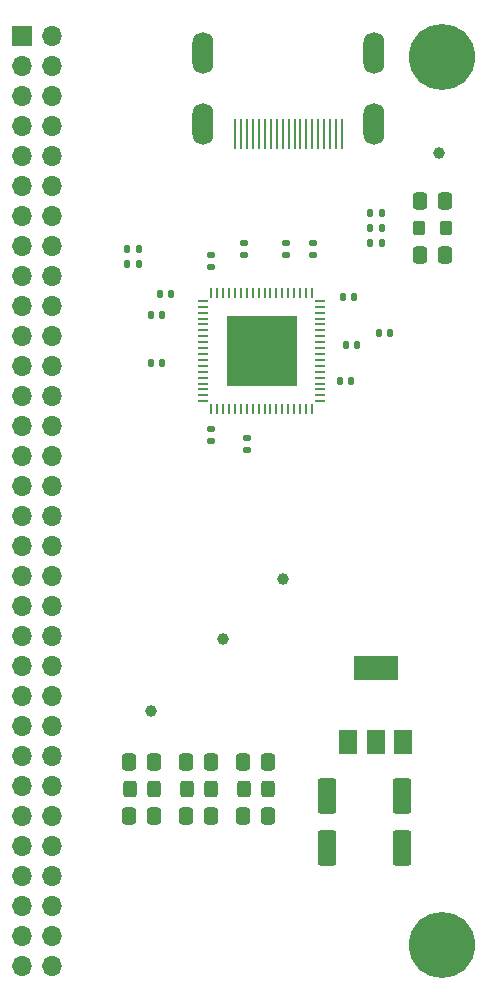
<source format=gbr>
%TF.GenerationSoftware,KiCad,Pcbnew,6.0.5*%
%TF.CreationDate,2022-05-15T12:23:52+02:00*%
%TF.ProjectId,hdmi brd,68646d69-2062-4726-942e-6b696361645f,rev?*%
%TF.SameCoordinates,Original*%
%TF.FileFunction,Soldermask,Top*%
%TF.FilePolarity,Negative*%
%FSLAX46Y46*%
G04 Gerber Fmt 4.6, Leading zero omitted, Abs format (unit mm)*
G04 Created by KiCad (PCBNEW 6.0.5) date 2022-05-15 12:23:52*
%MOMM*%
%LPD*%
G01*
G04 APERTURE LIST*
G04 Aperture macros list*
%AMRoundRect*
0 Rectangle with rounded corners*
0 $1 Rounding radius*
0 $2 $3 $4 $5 $6 $7 $8 $9 X,Y pos of 4 corners*
0 Add a 4 corners polygon primitive as box body*
4,1,4,$2,$3,$4,$5,$6,$7,$8,$9,$2,$3,0*
0 Add four circle primitives for the rounded corners*
1,1,$1+$1,$2,$3*
1,1,$1+$1,$4,$5*
1,1,$1+$1,$6,$7*
1,1,$1+$1,$8,$9*
0 Add four rect primitives between the rounded corners*
20,1,$1+$1,$2,$3,$4,$5,0*
20,1,$1+$1,$4,$5,$6,$7,0*
20,1,$1+$1,$6,$7,$8,$9,0*
20,1,$1+$1,$8,$9,$2,$3,0*%
G04 Aperture macros list end*
%ADD10O,1.778000X3.556000*%
%ADD11R,0.280000X2.600000*%
%ADD12RoundRect,0.140000X0.170000X-0.140000X0.170000X0.140000X-0.170000X0.140000X-0.170000X-0.140000X0*%
%ADD13C,1.000000*%
%ADD14RoundRect,0.140000X-0.140000X-0.170000X0.140000X-0.170000X0.140000X0.170000X-0.140000X0.170000X0*%
%ADD15RoundRect,0.140000X0.140000X0.170000X-0.140000X0.170000X-0.140000X-0.170000X0.140000X-0.170000X0*%
%ADD16RoundRect,0.135000X0.185000X-0.135000X0.185000X0.135000X-0.185000X0.135000X-0.185000X-0.135000X0*%
%ADD17RoundRect,0.250000X-0.550000X1.250000X-0.550000X-1.250000X0.550000X-1.250000X0.550000X1.250000X0*%
%ADD18RoundRect,0.140000X-0.170000X0.140000X-0.170000X-0.140000X0.170000X-0.140000X0.170000X0.140000X0*%
%ADD19RoundRect,0.250000X-0.325000X-0.450000X0.325000X-0.450000X0.325000X0.450000X-0.325000X0.450000X0*%
%ADD20RoundRect,0.250000X-0.337500X-0.475000X0.337500X-0.475000X0.337500X0.475000X-0.337500X0.475000X0*%
%ADD21RoundRect,0.250000X0.337500X0.475000X-0.337500X0.475000X-0.337500X-0.475000X0.337500X-0.475000X0*%
%ADD22RoundRect,0.250000X0.275000X0.350000X-0.275000X0.350000X-0.275000X-0.350000X0.275000X-0.350000X0*%
%ADD23R,1.500000X2.000000*%
%ADD24R,3.800000X2.000000*%
%ADD25RoundRect,0.135000X0.135000X0.185000X-0.135000X0.185000X-0.135000X-0.185000X0.135000X-0.185000X0*%
%ADD26RoundRect,0.062500X-0.375000X-0.062500X0.375000X-0.062500X0.375000X0.062500X-0.375000X0.062500X0*%
%ADD27RoundRect,0.062500X-0.062500X-0.375000X0.062500X-0.375000X0.062500X0.375000X-0.062500X0.375000X0*%
%ADD28R,6.000000X6.000000*%
%ADD29RoundRect,0.135000X-0.135000X-0.185000X0.135000X-0.185000X0.135000X0.185000X-0.135000X0.185000X0*%
%ADD30C,5.600000*%
%ADD31R,1.700000X1.700000*%
%ADD32O,1.700000X1.700000*%
G04 APERTURE END LIST*
D10*
%TO.C,J2*%
X106056000Y-55715000D03*
X91556000Y-55715000D03*
X106056000Y-49715000D03*
X91556000Y-49715000D03*
D11*
X98806000Y-56515000D03*
X98306000Y-56515000D03*
X97806000Y-56515000D03*
X97306000Y-56515000D03*
X96806000Y-56515000D03*
X96306000Y-56515000D03*
X95806000Y-56515000D03*
X95306000Y-56515000D03*
X99306000Y-56515000D03*
X99806000Y-56515000D03*
X100306000Y-56515000D03*
X100806000Y-56515000D03*
X101306000Y-56515000D03*
X101806000Y-56515000D03*
X102306000Y-56515000D03*
X94806000Y-56515000D03*
X94306000Y-56515000D03*
X102806000Y-56515000D03*
X103306000Y-56515000D03*
%TD*%
D12*
%TO.C,C2*%
X94996000Y-66774000D03*
X94996000Y-65814000D03*
%TD*%
D13*
%TO.C,TP3*%
X87122000Y-105410000D03*
%TD*%
D14*
%TO.C,C11*%
X103406000Y-70358000D03*
X104366000Y-70358000D03*
%TD*%
D15*
%TO.C,C15*%
X88872000Y-70104000D03*
X87912000Y-70104000D03*
%TD*%
D16*
%TO.C,R3*%
X92202000Y-67820000D03*
X92202000Y-66800000D03*
%TD*%
D17*
%TO.C,C5*%
X108432000Y-112608000D03*
X108432000Y-117008000D03*
%TD*%
D18*
%TO.C,C9*%
X95250000Y-82324000D03*
X95250000Y-83284000D03*
%TD*%
D19*
%TO.C,L3*%
X94987000Y-112014000D03*
X97037000Y-112014000D03*
%TD*%
%TO.C,L4*%
X85335000Y-112014000D03*
X87385000Y-112014000D03*
%TD*%
D15*
%TO.C,C7*%
X88110000Y-71882000D03*
X87150000Y-71882000D03*
%TD*%
D20*
%TO.C,C20*%
X94974500Y-109728000D03*
X97049500Y-109728000D03*
%TD*%
D18*
%TO.C,C14*%
X92202000Y-81562000D03*
X92202000Y-82522000D03*
%TD*%
D14*
%TO.C,C13*%
X103660000Y-74422000D03*
X104620000Y-74422000D03*
%TD*%
D21*
%TO.C,C3*%
X112035500Y-66802000D03*
X109960500Y-66802000D03*
%TD*%
D20*
%TO.C,C18*%
X85322500Y-114300000D03*
X87397500Y-114300000D03*
%TD*%
D16*
%TO.C,R1*%
X100838000Y-66804000D03*
X100838000Y-65784000D03*
%TD*%
D20*
%TO.C,C16*%
X90148500Y-114300000D03*
X92223500Y-114300000D03*
%TD*%
D22*
%TO.C,L1*%
X112148000Y-64516000D03*
X109848000Y-64516000D03*
%TD*%
D19*
%TO.C,L2*%
X90161000Y-112014000D03*
X92211000Y-112014000D03*
%TD*%
D14*
%TO.C,C10*%
X106454000Y-73406000D03*
X107414000Y-73406000D03*
%TD*%
D17*
%TO.C,C6*%
X102082000Y-112608000D03*
X102082000Y-117008000D03*
%TD*%
D23*
%TO.C,U2*%
X103872000Y-108052000D03*
X106172000Y-108052000D03*
D24*
X106172000Y-101752000D03*
D23*
X108472000Y-108052000D03*
%TD*%
D15*
%TO.C,C8*%
X88110000Y-75946000D03*
X87150000Y-75946000D03*
%TD*%
D25*
%TO.C,R6*%
X106682000Y-63246000D03*
X105662000Y-63246000D03*
%TD*%
D20*
%TO.C,C19*%
X90148500Y-109728000D03*
X92223500Y-109728000D03*
%TD*%
D25*
%TO.C,R4*%
X86108000Y-67564000D03*
X85088000Y-67564000D03*
%TD*%
%TO.C,R5*%
X86108000Y-66294000D03*
X85088000Y-66294000D03*
%TD*%
D26*
%TO.C,U1*%
X91582500Y-70680000D03*
X91582500Y-71180000D03*
X91582500Y-71680000D03*
X91582500Y-72180000D03*
X91582500Y-72680000D03*
X91582500Y-73180000D03*
X91582500Y-73680000D03*
X91582500Y-74180000D03*
X91582500Y-74680000D03*
X91582500Y-75180000D03*
X91582500Y-75680000D03*
X91582500Y-76180000D03*
X91582500Y-76680000D03*
X91582500Y-77180000D03*
X91582500Y-77680000D03*
X91582500Y-78180000D03*
X91582500Y-78680000D03*
X91582500Y-79180000D03*
D27*
X92270000Y-79867500D03*
X92770000Y-79867500D03*
X93270000Y-79867500D03*
X93770000Y-79867500D03*
X94270000Y-79867500D03*
X94770000Y-79867500D03*
X95270000Y-79867500D03*
X95770000Y-79867500D03*
X96270000Y-79867500D03*
X96770000Y-79867500D03*
X97270000Y-79867500D03*
X97770000Y-79867500D03*
X98270000Y-79867500D03*
X98770000Y-79867500D03*
X99270000Y-79867500D03*
X99770000Y-79867500D03*
X100270000Y-79867500D03*
X100770000Y-79867500D03*
D26*
X101457500Y-79180000D03*
X101457500Y-78680000D03*
X101457500Y-78180000D03*
X101457500Y-77680000D03*
X101457500Y-77180000D03*
X101457500Y-76680000D03*
X101457500Y-76180000D03*
X101457500Y-75680000D03*
X101457500Y-75180000D03*
X101457500Y-74680000D03*
X101457500Y-74180000D03*
X101457500Y-73680000D03*
X101457500Y-73180000D03*
X101457500Y-72680000D03*
X101457500Y-72180000D03*
X101457500Y-71680000D03*
X101457500Y-71180000D03*
X101457500Y-70680000D03*
D27*
X100770000Y-69992500D03*
X100270000Y-69992500D03*
X99770000Y-69992500D03*
X99270000Y-69992500D03*
X98770000Y-69992500D03*
X98270000Y-69992500D03*
X97770000Y-69992500D03*
X97270000Y-69992500D03*
X96770000Y-69992500D03*
X96270000Y-69992500D03*
X95770000Y-69992500D03*
X95270000Y-69992500D03*
X94770000Y-69992500D03*
X94270000Y-69992500D03*
X93770000Y-69992500D03*
X93270000Y-69992500D03*
X92770000Y-69992500D03*
X92270000Y-69992500D03*
D28*
X96520000Y-74930000D03*
%TD*%
D29*
%TO.C,R2*%
X105662000Y-65786000D03*
X106682000Y-65786000D03*
%TD*%
D13*
%TO.C,TP1*%
X93218000Y-99314000D03*
%TD*%
D12*
%TO.C,C1*%
X98552000Y-66774000D03*
X98552000Y-65814000D03*
%TD*%
D20*
%TO.C,C4*%
X109960500Y-62230000D03*
X112035500Y-62230000D03*
%TD*%
D30*
%TO.C,H2*%
X111760000Y-125222000D03*
%TD*%
D13*
%TO.C,TP4*%
X111506000Y-58166000D03*
%TD*%
D30*
%TO.C,H1*%
X111760000Y-50038000D03*
%TD*%
D20*
%TO.C,C17*%
X94974500Y-114300000D03*
X97049500Y-114300000D03*
%TD*%
%TO.C,C21*%
X85322500Y-109728000D03*
X87397500Y-109728000D03*
%TD*%
D25*
%TO.C,R7*%
X106682000Y-64516000D03*
X105662000Y-64516000D03*
%TD*%
D14*
%TO.C,C12*%
X103152000Y-77470000D03*
X104112000Y-77470000D03*
%TD*%
D13*
%TO.C,TP2*%
X98298000Y-94234000D03*
%TD*%
D31*
%TO.C,J1*%
X76200000Y-48260000D03*
D32*
X78740000Y-48260000D03*
X76200000Y-50800000D03*
X78740000Y-50800000D03*
X76200000Y-53340000D03*
X78740000Y-53340000D03*
X76200000Y-55880000D03*
X78740000Y-55880000D03*
X76200000Y-58420000D03*
X78740000Y-58420000D03*
X76200000Y-60960000D03*
X78740000Y-60960000D03*
X76200000Y-63500000D03*
X78740000Y-63500000D03*
X76200000Y-66040000D03*
X78740000Y-66040000D03*
X76200000Y-68580000D03*
X78740000Y-68580000D03*
X76200000Y-71120000D03*
X78740000Y-71120000D03*
X76200000Y-73660000D03*
X78740000Y-73660000D03*
X76200000Y-76200000D03*
X78740000Y-76200000D03*
X76200000Y-78740000D03*
X78740000Y-78740000D03*
X76200000Y-81280000D03*
X78740000Y-81280000D03*
X76200000Y-83820000D03*
X78740000Y-83820000D03*
X76200000Y-86360000D03*
X78740000Y-86360000D03*
X76200000Y-88900000D03*
X78740000Y-88900000D03*
X76200000Y-91440000D03*
X78740000Y-91440000D03*
X76200000Y-93980000D03*
X78740000Y-93980000D03*
X76200000Y-96520000D03*
X78740000Y-96520000D03*
X76200000Y-99060000D03*
X78740000Y-99060000D03*
X76200000Y-101600000D03*
X78740000Y-101600000D03*
X76200000Y-104140000D03*
X78740000Y-104140000D03*
X76200000Y-106680000D03*
X78740000Y-106680000D03*
X76200000Y-109220000D03*
X78740000Y-109220000D03*
X76200000Y-111760000D03*
X78740000Y-111760000D03*
X76200000Y-114300000D03*
X78740000Y-114300000D03*
X76200000Y-116840000D03*
X78740000Y-116840000D03*
X76200000Y-119380000D03*
X78740000Y-119380000D03*
X76200000Y-121920000D03*
X78740000Y-121920000D03*
X76200000Y-124460000D03*
X78740000Y-124460000D03*
X76200000Y-127000000D03*
X78740000Y-127000000D03*
%TD*%
M02*

</source>
